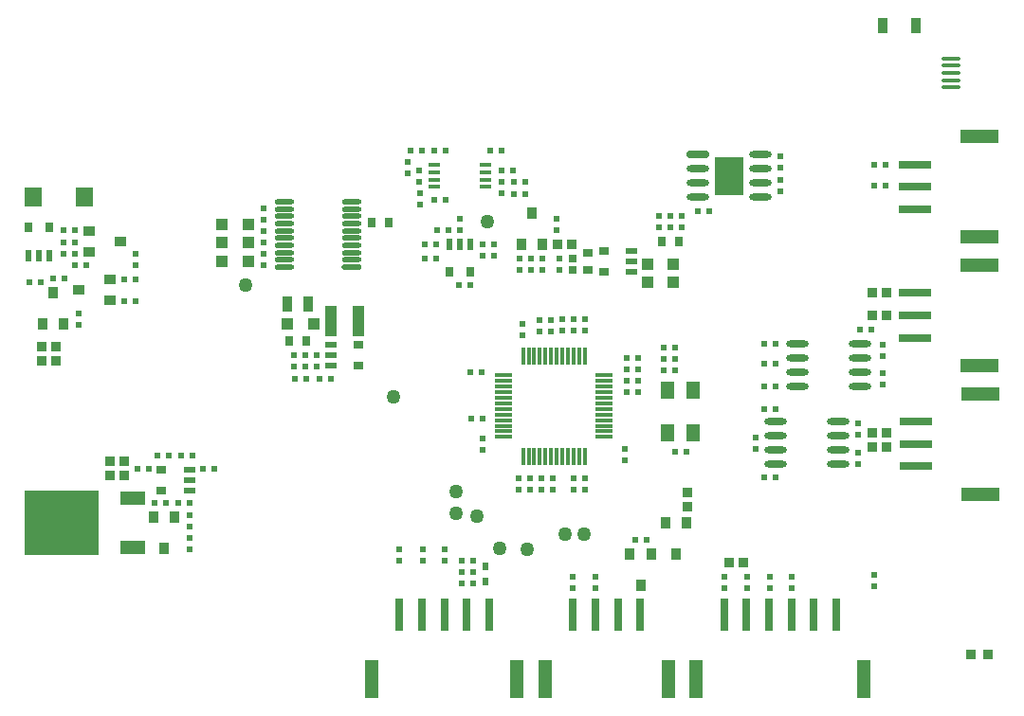
<source format=gtp>
G04*
G04 #@! TF.GenerationSoftware,Altium Limited,Altium Designer,19.1.5 (86)*
G04*
G04 Layer_Color=8421504*
%FSLAX25Y25*%
%MOIN*%
G70*
G01*
G75*
%ADD28R,0.26000X0.23000*%
%ADD29R,0.08600X0.04800*%
%ADD30R,0.02000X0.03000*%
%ADD31R,0.04331X0.01600*%
%ADD32O,0.04331X0.01600*%
%ADD33R,0.06000X0.06890*%
%ADD34R,0.03150X0.11811*%
%ADD35R,0.04724X0.13780*%
%ADD36R,0.11811X0.03150*%
%ADD37R,0.13780X0.04724*%
%ADD38R,0.02400X0.04000*%
%ADD39R,0.02800X0.03800*%
%ADD40R,0.04000X0.02400*%
%ADD41R,0.03800X0.02800*%
%ADD42R,0.10315X0.13819*%
G04:AMPARAMS|DCode=43|XSize=23.62mil|YSize=78.74mil|CornerRadius=5.91mil|HoleSize=0mil|Usage=FLASHONLY|Rotation=90.000|XOffset=0mil|YOffset=0mil|HoleType=Round|Shape=RoundedRectangle|*
%AMROUNDEDRECTD43*
21,1,0.02362,0.06693,0,0,90.0*
21,1,0.01181,0.07874,0,0,90.0*
1,1,0.01181,0.03347,0.00591*
1,1,0.01181,0.03347,-0.00591*
1,1,0.01181,-0.03347,-0.00591*
1,1,0.01181,-0.03347,0.00591*
%
%ADD43ROUNDEDRECTD43*%
%ADD44O,0.07874X0.02362*%
%ADD45R,0.05118X0.06299*%
G04:AMPARAMS|DCode=46|XSize=12mil|YSize=64mil|CornerRadius=3mil|HoleSize=0mil|Usage=FLASHONLY|Rotation=270.000|XOffset=0mil|YOffset=0mil|HoleType=Round|Shape=RoundedRectangle|*
%AMROUNDEDRECTD46*
21,1,0.01200,0.05800,0,0,270.0*
21,1,0.00600,0.06400,0,0,270.0*
1,1,0.00600,-0.02900,-0.00300*
1,1,0.00600,-0.02900,0.00300*
1,1,0.00600,0.02900,0.00300*
1,1,0.00600,0.02900,-0.00300*
%
%ADD46ROUNDEDRECTD46*%
%ADD47O,0.07000X0.01900*%
G04:AMPARAMS|DCode=48|XSize=19mil|YSize=70mil|CornerRadius=4.75mil|HoleSize=0mil|Usage=FLASHONLY|Rotation=90.000|XOffset=0mil|YOffset=0mil|HoleType=Round|Shape=RoundedRectangle|*
%AMROUNDEDRECTD48*
21,1,0.01900,0.06050,0,0,90.0*
21,1,0.00950,0.07000,0,0,90.0*
1,1,0.00950,0.03025,0.00475*
1,1,0.00950,0.03025,-0.00475*
1,1,0.00950,-0.03025,-0.00475*
1,1,0.00950,-0.03025,0.00475*
%
%ADD48ROUNDEDRECTD48*%
%ADD49R,0.03500X0.03200*%
%ADD50R,0.03937X0.10630*%
%ADD51R,0.04153X0.04347*%
%ADD52R,0.04035X0.04307*%
%ADD53R,0.03347X0.04331*%
%ADD54R,0.04331X0.03347*%
%ADD55O,0.07874X0.02362*%
%ADD56R,0.03200X0.03200*%
%ADD57R,0.03200X0.03200*%
%ADD58R,0.02200X0.02200*%
%ADD59R,0.02200X0.02200*%
%ADD60R,0.02500X0.02500*%
%ADD61R,0.03600X0.05800*%
%ADD62R,0.03800X0.05600*%
%ADD63R,0.03000X0.03500*%
%ADD64R,0.03500X0.03000*%
%ADD65C,0.05000*%
%ADD66R,0.01181X0.05906*%
%ADD67R,0.05906X0.01181*%
G54D28*
X70000Y63500D02*
D03*
G54D29*
X95000Y54750D02*
D03*
X95000Y72250D02*
D03*
G54D30*
X219000Y48200D02*
D03*
Y42800D02*
D03*
G54D31*
Y181661D02*
D03*
G54D32*
Y184221D02*
D03*
X201000Y189339D02*
D03*
Y184221D02*
D03*
Y186779D02*
D03*
Y181661D02*
D03*
X219000Y189339D02*
D03*
Y186779D02*
D03*
G54D33*
X78000Y178000D02*
D03*
X60000D02*
D03*
G54D34*
X310752Y31000D02*
D03*
X318626D02*
D03*
X302878D02*
D03*
X326500D02*
D03*
X342248D02*
D03*
X334374D02*
D03*
X212374D02*
D03*
X220248D02*
D03*
X204500D02*
D03*
X196626D02*
D03*
X188752D02*
D03*
X249752D02*
D03*
X257626D02*
D03*
X273374D02*
D03*
X265500D02*
D03*
G54D35*
X352091Y8362D02*
D03*
X293035D02*
D03*
X178909D02*
D03*
X230090D02*
D03*
X283217D02*
D03*
X239910D02*
D03*
G54D36*
X370000Y128626D02*
D03*
Y144374D02*
D03*
Y136500D02*
D03*
X370362Y83342D02*
D03*
Y99090D02*
D03*
Y91216D02*
D03*
X369862Y173843D02*
D03*
Y189591D02*
D03*
Y181717D02*
D03*
G54D37*
X392638Y154217D02*
D03*
Y118783D02*
D03*
X393000Y108933D02*
D03*
Y73500D02*
D03*
X392500Y199433D02*
D03*
Y164000D02*
D03*
G54D38*
X213740Y161500D02*
D03*
X206260D02*
D03*
X210000D02*
D03*
X58260Y157579D02*
D03*
X65740D02*
D03*
X62000D02*
D03*
G54D39*
X206260Y151657D02*
D03*
X213740D02*
D03*
X65740Y167421D02*
D03*
X58260D02*
D03*
G54D40*
X164579Y126240D02*
D03*
Y118760D02*
D03*
Y122500D02*
D03*
X270421Y151760D02*
D03*
Y159240D02*
D03*
Y155500D02*
D03*
X114921Y74760D02*
D03*
Y82240D02*
D03*
Y78500D02*
D03*
G54D41*
X174421Y118760D02*
D03*
Y126240D02*
D03*
X260579Y159240D02*
D03*
Y151760D02*
D03*
X105079Y82240D02*
D03*
Y74760D02*
D03*
G54D42*
X304500Y185500D02*
D03*
G54D43*
X293500Y193000D02*
D03*
G54D44*
Y188000D02*
D03*
Y183000D02*
D03*
X315500Y178000D02*
D03*
Y188000D02*
D03*
Y193000D02*
D03*
Y183000D02*
D03*
X293500Y178000D02*
D03*
X328500Y121500D02*
D03*
Y116500D02*
D03*
X350500Y111500D02*
D03*
Y121500D02*
D03*
Y126500D02*
D03*
Y116500D02*
D03*
X328500Y111500D02*
D03*
X321000Y94000D02*
D03*
Y89000D02*
D03*
X343000Y84000D02*
D03*
Y94000D02*
D03*
Y99000D02*
D03*
Y89000D02*
D03*
X321000Y84000D02*
D03*
G54D45*
X282972Y95020D02*
D03*
Y109980D02*
D03*
X292028D02*
D03*
Y95020D02*
D03*
G54D46*
X382500Y226890D02*
D03*
Y224331D02*
D03*
Y221772D02*
D03*
Y219213D02*
D03*
Y216653D02*
D03*
G54D47*
X148200Y168839D02*
D03*
Y166279D02*
D03*
X171800Y176516D02*
D03*
X148200Y156043D02*
D03*
Y158602D02*
D03*
Y171398D02*
D03*
Y163721D02*
D03*
X171800Y173957D02*
D03*
Y166279D02*
D03*
Y161161D02*
D03*
Y171398D02*
D03*
Y168839D02*
D03*
Y163720D02*
D03*
X148200Y176516D02*
D03*
Y173957D02*
D03*
Y153484D02*
D03*
X171800Y156043D02*
D03*
Y158602D02*
D03*
X148200Y161161D02*
D03*
G54D48*
X171800Y153484D02*
D03*
G54D49*
X395500Y17000D02*
D03*
X389500D02*
D03*
G54D50*
X174421Y134500D02*
D03*
X164579D02*
D03*
G54D51*
X126429Y168500D02*
D03*
Y162000D02*
D03*
Y155500D02*
D03*
X158571Y133500D02*
D03*
X285071Y148000D02*
D03*
Y154500D02*
D03*
G54D52*
X135571Y168500D02*
D03*
Y162000D02*
D03*
Y155500D02*
D03*
X149429Y133500D02*
D03*
X275929Y148000D02*
D03*
Y154500D02*
D03*
G54D53*
X273500Y41508D02*
D03*
X269760Y52492D02*
D03*
X277240D02*
D03*
X286000Y52508D02*
D03*
X282260Y63492D02*
D03*
X289740D02*
D03*
X235260Y172484D02*
D03*
X239000Y161500D02*
D03*
X231520D02*
D03*
X106000Y54508D02*
D03*
X102260Y65492D02*
D03*
X109740D02*
D03*
X67000Y144500D02*
D03*
X70740Y133516D02*
D03*
X63260D02*
D03*
G54D54*
X90492Y162500D02*
D03*
X79508Y158760D02*
D03*
Y166240D02*
D03*
X76008Y145500D02*
D03*
X86992Y149240D02*
D03*
Y141760D02*
D03*
G54D55*
X328500Y126500D02*
D03*
X321000Y99000D02*
D03*
G54D56*
X304500Y49500D02*
D03*
X309500D02*
D03*
X360000Y144500D02*
D03*
X355000D02*
D03*
X360000Y95000D02*
D03*
X355000D02*
D03*
X360000Y136500D02*
D03*
X355000D02*
D03*
X360000Y90000D02*
D03*
X355000D02*
D03*
X244260Y161492D02*
D03*
X249260D02*
D03*
X87000Y85000D02*
D03*
X92000D02*
D03*
Y80000D02*
D03*
X87000D02*
D03*
G54D57*
X290000Y74000D02*
D03*
Y69000D02*
D03*
X63000Y125500D02*
D03*
Y120500D02*
D03*
X68000D02*
D03*
Y125500D02*
D03*
G54D58*
X201000Y194500D02*
D03*
X205000D02*
D03*
X192500D02*
D03*
X196500D02*
D03*
X202000Y166500D02*
D03*
X206000D02*
D03*
X197500Y161500D02*
D03*
X201500D02*
D03*
X197500Y156500D02*
D03*
X201500D02*
D03*
X224500Y194500D02*
D03*
X220500D02*
D03*
X228500Y187500D02*
D03*
X224500D02*
D03*
X229000Y179000D02*
D03*
X233000D02*
D03*
Y183500D02*
D03*
X229000D02*
D03*
X214000Y100000D02*
D03*
X218000D02*
D03*
X317000Y126500D02*
D03*
X321000D02*
D03*
X317000Y119500D02*
D03*
X321000D02*
D03*
X317000Y111500D02*
D03*
X321000D02*
D03*
X271500Y57500D02*
D03*
X275500D02*
D03*
X317000Y103500D02*
D03*
X321000D02*
D03*
X317000Y79500D02*
D03*
X321000D02*
D03*
X214500Y50000D02*
D03*
X210500D02*
D03*
X214500Y46000D02*
D03*
X210500D02*
D03*
X214500Y42000D02*
D03*
X210500D02*
D03*
X359500Y189500D02*
D03*
X355500D02*
D03*
X359500Y182000D02*
D03*
X355500D02*
D03*
X285500Y121000D02*
D03*
X281500D02*
D03*
X160500Y114000D02*
D03*
X164500D02*
D03*
X231100Y156400D02*
D03*
X235100D02*
D03*
Y152400D02*
D03*
X231100D02*
D03*
X70500Y166500D02*
D03*
X74500D02*
D03*
X123500Y82500D02*
D03*
X119500D02*
D03*
X74500Y154000D02*
D03*
X78500D02*
D03*
X100500Y82500D02*
D03*
X96500D02*
D03*
X111000Y70500D02*
D03*
X115000D02*
D03*
X71000Y149500D02*
D03*
X67000D02*
D03*
X92000Y141500D02*
D03*
X96000D02*
D03*
X92000Y149000D02*
D03*
X96000D02*
D03*
X272500Y121500D02*
D03*
X268500D02*
D03*
X213500Y147000D02*
D03*
X209500D02*
D03*
X201000Y177000D02*
D03*
X205000D02*
D03*
X272500Y117500D02*
D03*
X268500D02*
D03*
X354500Y131500D02*
D03*
X350500D02*
D03*
X281500Y125000D02*
D03*
X285500D02*
D03*
X268500Y109500D02*
D03*
X272500D02*
D03*
X281500Y117000D02*
D03*
X285500D02*
D03*
X289500Y88500D02*
D03*
X285500D02*
D03*
X293500Y173000D02*
D03*
X297500D02*
D03*
X152000Y114000D02*
D03*
X156000D02*
D03*
X112000Y87000D02*
D03*
X116000D02*
D03*
X107500D02*
D03*
X103500D02*
D03*
X102500Y70500D02*
D03*
X106500D02*
D03*
X213500Y116500D02*
D03*
X217500D02*
D03*
X272500Y113500D02*
D03*
X268500D02*
D03*
X62500Y148000D02*
D03*
X58500D02*
D03*
G54D59*
X196000Y179500D02*
D03*
Y175500D02*
D03*
X191500Y190500D02*
D03*
Y186500D02*
D03*
X195500Y187500D02*
D03*
Y183500D02*
D03*
X222000Y161500D02*
D03*
Y157500D02*
D03*
X218000D02*
D03*
Y161500D02*
D03*
X224500Y183500D02*
D03*
Y179500D02*
D03*
X326500Y40500D02*
D03*
Y44500D02*
D03*
X319000Y40500D02*
D03*
Y44500D02*
D03*
X311000Y40500D02*
D03*
Y44500D02*
D03*
X358500Y126000D02*
D03*
Y122000D02*
D03*
X303000Y40500D02*
D03*
Y44500D02*
D03*
X358500Y116000D02*
D03*
Y112000D02*
D03*
X257500Y44500D02*
D03*
Y40500D02*
D03*
X249500Y44500D02*
D03*
Y40500D02*
D03*
X204500Y54000D02*
D03*
Y50000D02*
D03*
X197000Y54000D02*
D03*
Y50000D02*
D03*
X188500Y54000D02*
D03*
Y50000D02*
D03*
X239100Y156400D02*
D03*
Y152400D02*
D03*
X250000Y79000D02*
D03*
Y75000D02*
D03*
X322500Y184000D02*
D03*
Y180000D02*
D03*
X288000Y171500D02*
D03*
Y167500D02*
D03*
X322500Y192500D02*
D03*
Y188500D02*
D03*
X280000Y167500D02*
D03*
Y171500D02*
D03*
X151500Y118500D02*
D03*
Y122500D02*
D03*
X155500Y118500D02*
D03*
Y122500D02*
D03*
X159500D02*
D03*
Y118500D02*
D03*
X70500Y158000D02*
D03*
Y162000D02*
D03*
X115000Y58000D02*
D03*
Y54000D02*
D03*
Y66000D02*
D03*
Y62000D02*
D03*
X96000Y158000D02*
D03*
Y154000D02*
D03*
X76000Y137000D02*
D03*
Y133000D02*
D03*
X355500Y41000D02*
D03*
Y45000D02*
D03*
X250000Y131000D02*
D03*
Y135000D02*
D03*
X141000Y170000D02*
D03*
Y174000D02*
D03*
Y162000D02*
D03*
Y166000D02*
D03*
Y154000D02*
D03*
Y158000D02*
D03*
X210000Y170500D02*
D03*
Y166500D02*
D03*
X254000Y135000D02*
D03*
Y131000D02*
D03*
X238500Y75000D02*
D03*
Y79000D02*
D03*
X242500D02*
D03*
Y75000D02*
D03*
X314000Y93500D02*
D03*
Y89500D02*
D03*
X350000Y94500D02*
D03*
Y98500D02*
D03*
Y88000D02*
D03*
Y84000D02*
D03*
X230500Y75000D02*
D03*
Y79000D02*
D03*
X234500Y75000D02*
D03*
Y79000D02*
D03*
X237900Y134900D02*
D03*
Y130900D02*
D03*
X241900Y134900D02*
D03*
Y130900D02*
D03*
X232000Y129500D02*
D03*
Y133500D02*
D03*
X218000Y93000D02*
D03*
Y89000D02*
D03*
X267943Y89316D02*
D03*
Y85316D02*
D03*
X254000Y79000D02*
D03*
Y75000D02*
D03*
X284000Y171500D02*
D03*
Y167500D02*
D03*
X244000Y166500D02*
D03*
Y170500D02*
D03*
X245000Y156500D02*
D03*
Y152500D02*
D03*
X74500Y158000D02*
D03*
Y162000D02*
D03*
X246000Y135000D02*
D03*
Y131000D02*
D03*
G54D60*
X249500Y152400D02*
D03*
Y156600D02*
D03*
G54D61*
X358600Y238500D02*
D03*
X370400D02*
D03*
G54D62*
X149400Y140500D02*
D03*
X156600D02*
D03*
G54D63*
X179100Y169000D02*
D03*
X184900D02*
D03*
X286900Y162500D02*
D03*
X281100D02*
D03*
X150100Y127500D02*
D03*
X155900D02*
D03*
G54D64*
X255000Y152600D02*
D03*
Y158400D02*
D03*
G54D65*
X253500Y59452D02*
D03*
X247000D02*
D03*
X216000Y65952D02*
D03*
X208500Y74453D02*
D03*
Y66953D02*
D03*
X134694Y147091D02*
D03*
X219500Y169453D02*
D03*
X186500Y107952D02*
D03*
X233500Y54000D02*
D03*
X224000Y54405D02*
D03*
G54D66*
X251858Y122216D02*
D03*
X249890D02*
D03*
X247921D02*
D03*
X245953D02*
D03*
X253827D02*
D03*
X243984D02*
D03*
X242016D02*
D03*
X240047D02*
D03*
X238079D02*
D03*
X236110D02*
D03*
X234142D02*
D03*
X232173D02*
D03*
Y86783D02*
D03*
X234142D02*
D03*
X236110D02*
D03*
X238079D02*
D03*
X240047D02*
D03*
X242016D02*
D03*
X243984D02*
D03*
X245953D02*
D03*
X247921D02*
D03*
X249890D02*
D03*
X251858D02*
D03*
X253827D02*
D03*
G54D67*
X260717Y93673D02*
D03*
Y95642D02*
D03*
Y97610D02*
D03*
Y99579D02*
D03*
Y101547D02*
D03*
Y103516D02*
D03*
Y105484D02*
D03*
Y107453D02*
D03*
Y109421D02*
D03*
Y111390D02*
D03*
Y113358D02*
D03*
Y115327D02*
D03*
X225284D02*
D03*
Y113358D02*
D03*
Y111390D02*
D03*
Y109421D02*
D03*
Y107453D02*
D03*
Y105484D02*
D03*
Y103516D02*
D03*
Y101547D02*
D03*
Y99579D02*
D03*
Y97610D02*
D03*
Y95642D02*
D03*
Y93673D02*
D03*
M02*

</source>
